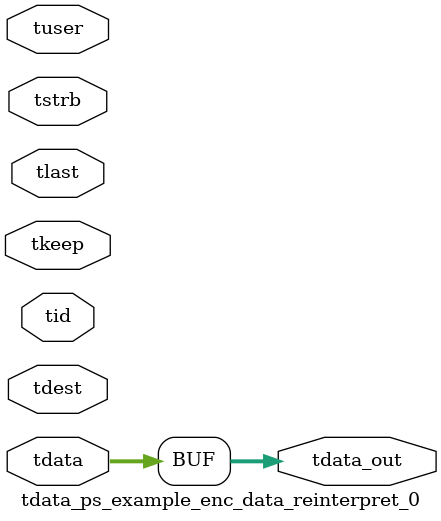
<source format=v>


`timescale 1ps/1ps

module tdata_ps_example_enc_data_reinterpret_0 #
(
parameter C_S_AXIS_TDATA_WIDTH = 32,
parameter C_S_AXIS_TUSER_WIDTH = 0,
parameter C_S_AXIS_TID_WIDTH   = 0,
parameter C_S_AXIS_TDEST_WIDTH = 0,
parameter C_M_AXIS_TDATA_WIDTH = 32
)
(
input  [(C_S_AXIS_TDATA_WIDTH == 0 ? 1 : C_S_AXIS_TDATA_WIDTH)-1:0     ] tdata,
input  [(C_S_AXIS_TUSER_WIDTH == 0 ? 1 : C_S_AXIS_TUSER_WIDTH)-1:0     ] tuser,
input  [(C_S_AXIS_TID_WIDTH   == 0 ? 1 : C_S_AXIS_TID_WIDTH)-1:0       ] tid,
input  [(C_S_AXIS_TDEST_WIDTH == 0 ? 1 : C_S_AXIS_TDEST_WIDTH)-1:0     ] tdest,
input  [(C_S_AXIS_TDATA_WIDTH/8)-1:0 ] tkeep,
input  [(C_S_AXIS_TDATA_WIDTH/8)-1:0 ] tstrb,
input                                                                    tlast,
output [C_M_AXIS_TDATA_WIDTH-1:0] tdata_out
);

assign tdata_out = {tdata[95:0]};

endmodule


</source>
